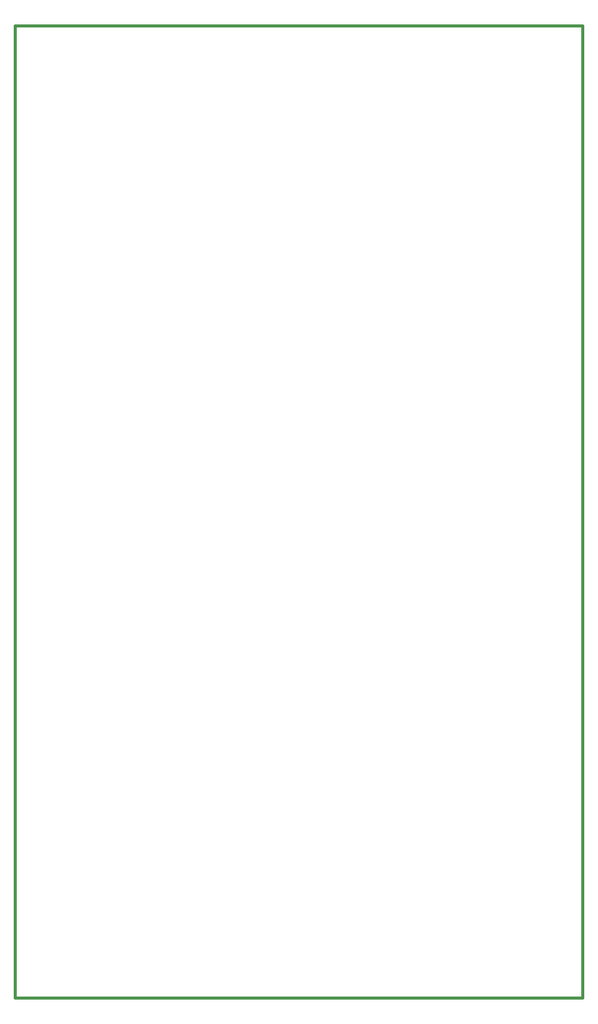
<source format=gko>
G04*
G04 #@! TF.GenerationSoftware,Altium Limited,Altium Designer,20.0.13 (296)*
G04*
G04 Layer_Color=16711935*
%FSLAX44Y44*%
%MOMM*%
G71*
G01*
G75*
%ADD15C,0.3000*%
D15*
X0Y1080000D02*
X630000D01*
X-0Y0D02*
X0Y1080000D01*
X630000D02*
X630000Y0D01*
X0D02*
X630000D01*
M02*

</source>
